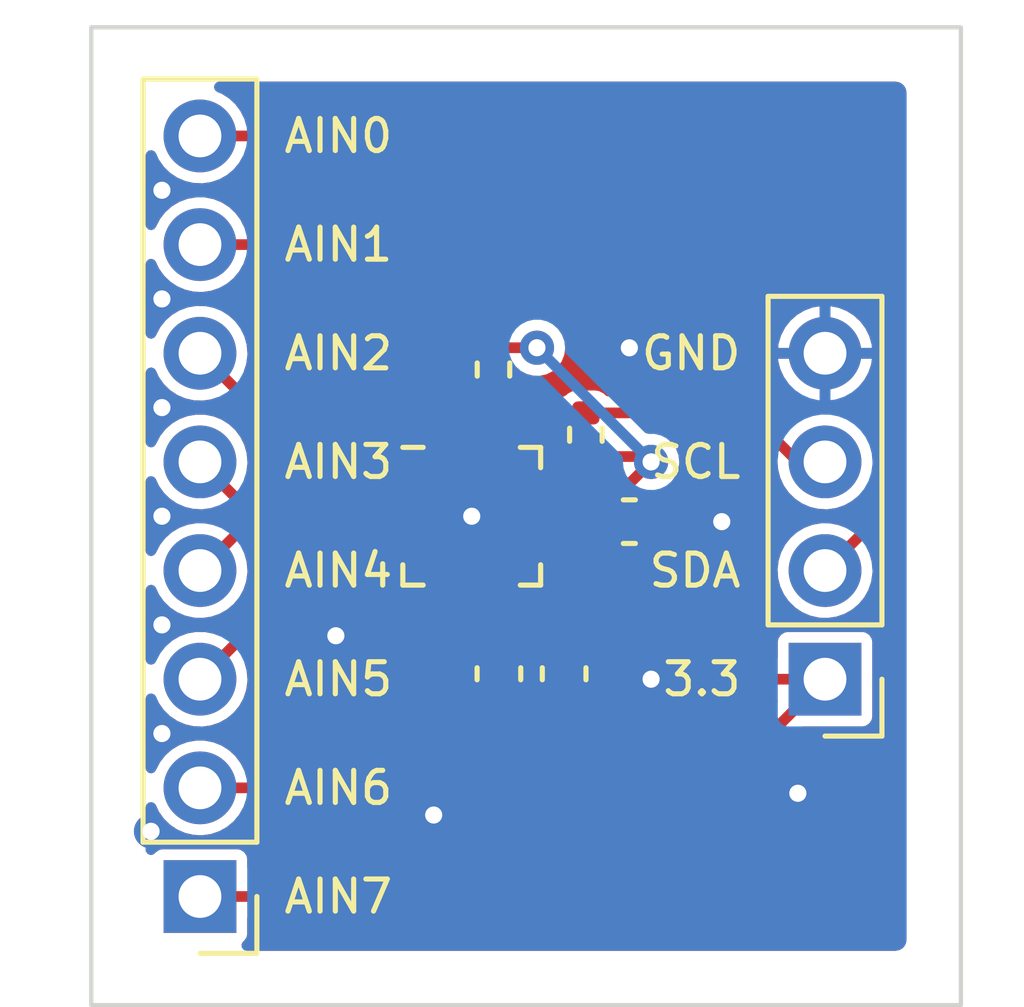
<source format=kicad_pcb>
(kicad_pcb (version 20211014) (generator pcbnew)
  (layers (0 "F.Cu" signal) (31 "B.Cu" signal) (34 "B.Paste" user) (35 "F.Paste" user) (36 "B.SilkS" user "B.Silkscreen") (37 "F.SilkS" user "F.Silkscreen") (38 "B.Mask" user) (39 "F.Mask" user) (44 "Edge.Cuts" user))
  (net 0 "")
  (net 1 "+3V3")
  (net 2 "GND")
  (net 3 "Net-(C2-Pad1)")
  (net 4 "Net-(J1-Pad2)")
  (net 5 "Net-(J1-Pad3)")
  (net 6 "Net-(J2-Pad1)")
  (net 7 "Net-(J2-Pad2)")
  (net 8 "Net-(J2-Pad3)")
  (net 9 "Net-(J2-Pad4)")
  (net 10 "Net-(J2-Pad5)")
  (net 11 "Net-(J2-Pad6)")
  (net 12 "Net-(J2-Pad7)")
  (net 13 "Net-(J2-Pad8)")
  (footprint "Connector_PinHeader_2.54mm:PinHeader_1x08_P2.54mm_Vertical" (layer "F.Cu") (at 88.9 93.98 180)
    (fp_text reference "J2" hide)
    (fp_text value "Conn_01x08")
    (fp_line (start -1.33 1.27) (end 1.33 1.27) (layer "F.SilkS") (width 0.12))
    (fp_line (start -1.33 19.11) (end 1.33 19.11) (layer "F.SilkS") (width 0.12))
    (fp_line (start -1.33 -1.33) (end 0 -1.33) (layer "F.SilkS") (width 0.12))
    (fp_line (start 1.33 1.27) (end 1.33 19.11) (layer "F.SilkS") (width 0.12))
    (fp_line (start -1.33 1.27) (end -1.33 19.11) (layer "F.SilkS") (width 0.12))
    (fp_line (start -1.33 0) (end -1.33 -1.33) (layer "F.SilkS") (width 0.12))
    (pad "1" thru_hole rect (at 0 0 180) (size 1.7 1.7) (drill 1) (layers *.Cu *.Mask) (net 6 "Net-(J2-Pad1)"))
    (pad "2" thru_hole oval (at 0 2.54 180) (size 1.7 1.7) (drill 1) (layers *.Cu *.Mask) (net 7 "Net-(J2-Pad2)"))
    (pad "3" thru_hole oval (at 0 5.08 180) (size 1.7 1.7) (drill 1) (layers *.Cu *.Mask) (net 8 "Net-(J2-Pad3)"))
    (pad "4" thru_hole oval (at 0 7.62 180) (size 1.7 1.7) (drill 1) (layers *.Cu *.Mask) (net 9 "Net-(J2-Pad4)"))
    (pad "5" thru_hole oval (at 0 10.16 180) (size 1.7 1.7) (drill 1) (layers *.Cu *.Mask) (net 10 "Net-(J2-Pad5)"))
    (pad "6" thru_hole oval (at 0 12.7 180) (size 1.7 1.7) (drill 1) (layers *.Cu *.Mask) (net 11 "Net-(J2-Pad6)"))
    (pad "7" thru_hole oval (at 0 15.24 180) (size 1.7 1.7) (drill 1) (layers *.Cu *.Mask) (net 12 "Net-(J2-Pad7)"))
    (pad "8" thru_hole oval (at 0 17.78 180) (size 1.7 1.7) (drill 1) (layers *.Cu *.Mask) (net 13 "Net-(J2-Pad8)"))
  )
  (footprint "Package_DFN_QFN:WQFN-16-1EP_3x3mm_P0.5mm_EP1.6x1.6mm" (layer "F.Cu") (at 95.25 85.09)
    (fp_text reference "U1" hide)
    (fp_text value "TLA2528")
    (fp_line (start -1.135 1.61) (end -1.61 1.61) (layer "F.SilkS") (width 0.12))
    (fp_line (start 1.61 1.61) (end 1.61 1.135) (layer "F.SilkS") (width 0.12))
    (fp_line (start 1.135 1.61) (end 1.61 1.61) (layer "F.SilkS") (width 0.12))
    (fp_line (start 1.135 -1.61) (end 1.61 -1.61) (layer "F.SilkS") (width 0.12))
    (fp_line (start -1.61 1.61) (end -1.61 1.135) (layer "F.SilkS") (width 0.12))
    (fp_line (start -1.135 -1.61) (end -1.61 -1.61) (layer "F.SilkS") (width 0.12))
    (fp_line (start 1.61 -1.61) (end 1.61 -1.135) (layer "F.SilkS") (width 0.12))
    (pad "1" smd roundrect (at -1.4375 -0.75) (size 0.875 0.25) (layers "F.Cu" "F.Paste" "F.Mask") (net 11 "Net-(J2-Pad6)"))
    (pad "2" smd roundrect (at -1.4375 -0.25) (size 0.875 0.25) (layers "F.Cu" "F.Paste" "F.Mask") (net 10 "Net-(J2-Pad5)"))
    (pad "3" smd roundrect (at -1.4375 0.25) (size 0.875 0.25) (layers "F.Cu" "F.Paste" "F.Mask") (net 9 "Net-(J2-Pad4)"))
    (pad "4" smd roundrect (at -1.4375 0.75) (size 0.875 0.25) (layers "F.Cu" "F.Paste" "F.Mask") (net 8 "Net-(J2-Pad3)"))
    (pad "5" smd roundrect (at -0.75 1.4375) (size 0.25 0.875) (layers "F.Cu" "F.Paste" "F.Mask") (net 7 "Net-(J2-Pad2)"))
    (pad "6" smd roundrect (at -0.25 1.4375) (size 0.25 0.875) (layers "F.Cu" "F.Paste" "F.Mask") (net 6 "Net-(J2-Pad1)"))
    (pad "7" smd roundrect (at 0.25 1.4375) (size 0.25 0.875) (layers "F.Cu" "F.Paste" "F.Mask") (net 1 "+3V3"))
    (pad "8" smd roundrect (at 0.75 1.4375) (size 0.25 0.875) (layers "F.Cu" "F.Paste" "F.Mask") (net 3 "Net-(C2-Pad1)"))
    (pad "9" smd roundrect (at 1.4375 0.75) (size 0.875 0.25) (layers "F.Cu" "F.Paste" "F.Mask") (net 2 "GND"))
    (pad "10" smd roundrect (at 1.4375 0.25) (size 0.875 0.25) (layers "F.Cu" "F.Paste" "F.Mask") (net 1 "+3V3"))
    (pad "11" smd roundrect (at 1.4375 -0.25) (size 0.875 0.25) (layers "F.Cu" "F.Paste" "F.Mask"))
    (pad "12" smd roundrect (at 1.4375 -0.75) (size 0.875 0.25) (layers "F.Cu" "F.Paste" "F.Mask"))
    (pad "13" smd roundrect (at 0.75 -1.4375) (size 0.25 0.875) (layers "F.Cu" "F.Paste" "F.Mask") (net 5 "Net-(J1-Pad3)"))
    (pad "14" smd roundrect (at 0.25 -1.4375) (size 0.25 0.875) (layers "F.Cu" "F.Paste" "F.Mask") (net 4 "Net-(J1-Pad2)"))
    (pad "15" smd roundrect (at -0.25 -1.4375) (size 0.25 0.875) (layers "F.Cu" "F.Paste" "F.Mask") (net 13 "Net-(J2-Pad8)"))
    (pad "16" smd roundrect (at -0.75 -1.4375) (size 0.25 0.875) (layers "F.Cu" "F.Paste" "F.Mask") (net 12 "Net-(J2-Pad7)"))
    (pad "17" smd rect (at 0 0) (size 1.6 1.6) (layers "F.Cu" "F.Mask") (net 2 "GND"))
  )
  (footprint "Connector_PinHeader_2.54mm:PinHeader_1x04_P2.54mm_Vertical" (layer "F.Cu") (at 103.505 88.9 180)
    (fp_text reference "J1" hide)
    (fp_text value "Conn_01x04")
    (fp_line (start -1.33 0) (end -1.33 -1.33) (layer "F.SilkS") (width 0.12))
    (fp_line (start -1.33 1.27) (end -1.33 8.95) (layer "F.SilkS") (width 0.12))
    (fp_line (start -1.33 1.27) (end 1.33 1.27) (layer "F.SilkS") (width 0.12))
    (fp_line (start 1.33 1.27) (end 1.33 8.95) (layer "F.SilkS") (width 0.12))
    (fp_line (start -1.33 8.95) (end 1.33 8.95) (layer "F.SilkS") (width 0.12))
    (fp_line (start -1.33 -1.33) (end 0 -1.33) (layer "F.SilkS") (width 0.12))
    (pad "1" thru_hole rect (at 0 0 180) (size 1.7 1.7) (drill 1) (layers *.Cu *.Mask) (net 1 "+3V3"))
    (pad "2" thru_hole oval (at 0 2.54 180) (size 1.7 1.7) (drill 1) (layers *.Cu *.Mask) (net 4 "Net-(J1-Pad2)"))
    (pad "3" thru_hole oval (at 0 5.08 180) (size 1.7 1.7) (drill 1) (layers *.Cu *.Mask) (net 5 "Net-(J1-Pad3)"))
    (pad "4" thru_hole oval (at 0 7.62 180) (size 1.7 1.7) (drill 1) (layers *.Cu *.Mask) (net 2 "GND"))
  )
  (footprint "Capacitor_SMD:C_0603_1608Metric" (layer "F.Cu") (at 98.933 85.217)
    (fp_text reference "C1" hide)
    (fp_text value "1uF")
    (fp_line (start -0.14058 -0.51) (end 0.14058 -0.51) (layer "F.SilkS") (width 0.12))
    (fp_line (start -0.14058 0.51) (end 0.14058 0.51) (layer "F.SilkS") (width 0.12))
    (pad "1" smd roundrect (at -0.775 0) (size 0.9 0.95) (layers "F.Cu" "F.Paste" "F.Mask") (net 1 "+3V3"))
    (pad "2" smd roundrect (at 0.775 0) (size 0.9 0.95) (layers "F.Cu" "F.Paste" "F.Mask") (net 2 "GND"))
  )
  (footprint "Resistor_SMD:R_0402_1005Metric" (layer "F.Cu") (at 97.917 83.185 90)
    (fp_text reference "R2" hide)
    (fp_text value "10kΩ")
    (fp_line (start -0.153641 -0.38) (end 0.153641 -0.38) (layer "F.SilkS") (width 0.12))
    (fp_line (start -0.153641 0.38) (end 0.153641 0.38) (layer "F.SilkS") (width 0.12))
    (pad "1" smd roundrect (at -0.51 0 90) (size 0.54 0.64) (layers "F.Cu" "F.Paste" "F.Mask") (net 1 "+3V3"))
    (pad "2" smd roundrect (at 0.51 0 90) (size 0.54 0.64) (layers "F.Cu" "F.Paste" "F.Mask") (net 5 "Net-(J1-Pad3)"))
  )
  (footprint "Capacitor_SMD:C_0603_1608Metric" (layer "F.Cu") (at 97.409 88.773 -90)
    (fp_text reference "C2" hide)
    (fp_text value "1uF")
    (fp_line (start -0.14058 -0.51) (end 0.14058 -0.51) (layer "F.SilkS") (width 0.12))
    (fp_line (start -0.14058 0.51) (end 0.14058 0.51) (layer "F.SilkS") (width 0.12))
    (pad "1" smd roundrect (at -0.775 0 270) (size 0.9 0.95) (layers "F.Cu" "F.Paste" "F.Mask") (net 3 "Net-(C2-Pad1)"))
    (pad "2" smd roundrect (at 0.775 0 270) (size 0.9 0.95) (layers "F.Cu" "F.Paste" "F.Mask") (net 2 "GND"))
  )
  (footprint "Resistor_SMD:R_0402_1005Metric" (layer "F.Cu") (at 95.758 81.661 -90)
    (fp_text reference "R1" hide)
    (fp_text value "10kΩ")
    (fp_line (start -0.153641 0.38) (end 0.153641 0.38) (layer "F.SilkS") (width 0.12))
    (fp_line (start -0.153641 -0.38) (end 0.153641 -0.38) (layer "F.SilkS") (width 0.12))
    (pad "1" smd roundrect (at -0.51 0 270) (size 0.54 0.64) (layers "F.Cu" "F.Paste" "F.Mask") (net 1 "+3V3"))
    (pad "2" smd roundrect (at 0.51 0 270) (size 0.54 0.64) (layers "F.Cu" "F.Paste" "F.Mask") (net 4 "Net-(J1-Pad2)"))
  )
  (footprint "Capacitor_SMD:C_0603_1608Metric" (layer "F.Cu") (at 95.885 88.773 -90)
    (fp_text reference "C3" hide)
    (fp_text value "1uF")
    (fp_line (start -0.14058 0.51) (end 0.14058 0.51) (layer "F.SilkS") (width 0.12))
    (fp_line (start -0.14058 -0.51) (end 0.14058 -0.51) (layer "F.SilkS") (width 0.12))
    (pad "1" smd roundrect (at -0.775 0 270) (size 0.9 0.95) (layers "F.Cu" "F.Paste" "F.Mask") (net 1 "+3V3"))
    (pad "2" smd roundrect (at 0.775 0 270) (size 0.9 0.95) (layers "F.Cu" "F.Paste" "F.Mask") (net 2 "GND"))
  )
  (gr_rect (start 86.36 73.66) (end 106.68 96.52) (layer "Edge.Cuts") (width 0.1) (fill none))
  (gr_text "AIN3" (at 90.805 83.82) (layer "F.SilkS") (effects (font (size 0.75 0.75) (thickness 0.12)) (justify left)))
  (gr_text "3.3" (at 101.6 88.9) (layer "F.SilkS") (effects (font (size 0.75 0.75) (thickness 0.12)) (justify right)))
  (gr_text "SDA" (at 101.6 86.36) (layer "F.SilkS") (effects (font (size 0.75 0.75) (thickness 0.12)) (justify right)))
  (gr_text "AIN0" (at 90.805 76.2) (layer "F.SilkS") (effects (font (size 0.75 0.75) (thickness 0.12)) (justify left)))
  (gr_text "AIN1" (at 90.805 78.74) (layer "F.SilkS") (effects (font (size 0.75 0.75) (thickness 0.12)) (justify left)))
  (gr_text "AIN7" (at 90.805 93.98) (layer "F.SilkS") (effects (font (size 0.75 0.75) (thickness 0.12)) (justify left)))
  (gr_text "SCL" (at 101.6 83.82) (layer "F.SilkS") (effects (font (size 0.75 0.75) (thickness 0.12)) (justify right)))
  (gr_text "GND" (at 101.6 81.28) (layer "F.SilkS") (effects (font (size 0.75 0.75) (thickness 0.12)) (justify right)))
  (gr_text "AIN4" (at 90.805 86.36) (layer "F.SilkS") (effects (font (size 0.75 0.75) (thickness 0.12)) (justify left)))
  (gr_text "AIN5" (at 90.805 88.9) (layer "F.SilkS") (effects (font (size 0.75 0.75) (thickness 0.12)) (justify left)))
  (gr_text "AIN6" (at 90.805 91.44) (layer "F.SilkS") (effects (font (size 0.75 0.75) (thickness 0.12)) (justify left)))
  (gr_text "AIN2" (at 90.805 81.28) (layer "F.SilkS") (effects (font (size 0.75 0.75) (thickness 0.12)) (justify left)))
  (segment (start 95.5 87.613) (end 95.885 87.998) (width 0.25) (layer "F.Cu") (net 1))
  (segment (start 101.346 91.059) (end 103.505 88.9) (width 0.25) (layer "F.Cu") (net 1))
  (segment (start 98.158 85.217) (end 98.158 85.103) (width 0.25) (layer "F.Cu") (net 1))
  (segment (start 95.885 87.998) (end 94.615 89.268) (width 0.25) (layer "F.Cu") (net 1))
  (segment (start 95.377 91.059) (end 101.346 91.059) (width 0.25) (layer "F.Cu") (net 1))
  (segment (start 95.5 86.5275) (end 95.5 87.613) (width 0.25) (layer "F.Cu") (net 1))
  (segment (start 95.758 81.151) (end 96.774 81.151) (width 0.25) (layer "F.Cu") (net 1))
  (segment (start 98.035 85.34) (end 98.158 85.217) (width 0.25) (layer "F.Cu") (net 1))
  (segment (start 99.316 83.695) (end 99.441 83.82) (width 0.25) (layer "F.Cu") (net 1))
  (segment (start 94.615 89.268) (end 94.615 90.297) (width 0.25) (layer "F.Cu") (net 1))
  (segment (start 97.917 83.695) (end 99.316 83.695) (width 0.25) (layer "F.Cu") (net 1))
  (segment (start 103.505 88.9) (end 101.841 88.9) (width 0.25) (layer "F.Cu") (net 1))
  (segment (start 98.158 85.103) (end 99.441 83.82) (width 0.25) (layer "F.Cu") (net 1))
  (segment (start 96.6875 85.34) (end 98.035 85.34) (width 0.25) (layer "F.Cu") (net 1))
  (segment (start 94.615 90.297) (end 95.377 91.059) (width 0.25) (layer "F.Cu") (net 1))
  (segment (start 101.841 88.9) (end 98.158 85.217) (width 0.25) (layer "F.Cu") (net 1))
  (via (at 96.774 81.151) (size 0.8) (drill 0.4) (layers "F.Cu" "B.Cu") (net 1))
  (via (at 99.441 83.82) (size 0.8) (drill 0.4) (layers "F.Cu" "B.Cu") (net 1))
  (segment (start 99.441 83.818) (end 96.774 81.151) (width 0.25) (layer "B.Cu") (net 1))
  (segment (start 99.441 83.82) (end 99.441 83.818) (width 0.25) (layer "B.Cu") (net 1))
  (segment (start 96.6875 85.84) (end 98.20852 87.36102) (width 0.25) (layer "F.Cu") (net 2))
  (segment (start 98.20852 88.74848) (end 97.409 89.548) (width 0.25) (layer "F.Cu") (net 2))
  (segment (start 98.20852 87.36102) (end 98.20852 88.74848) (width 0.25) (layer "F.Cu") (net 2))
  (via (at 99.441 88.9) (size 0.8) (drill 0.4) (layers "F.Cu" "B.Cu") (net 2))
  (via (at 88.011 87.63) (size 0.8) (drill 0.4) (layers "F.Cu" "B.Cu") (net 2))
  (via (at 88.011 85.09) (size 0.8) (drill 0.4) (layers "F.Cu" "B.Cu") (net 2))
  (via (at 98.933 81.153) (size 0.8) (drill 0.4) (layers "F.Cu" "B.Cu") (net 2))
  (via (at 95.25 85.09) (size 0.8) (drill 0.4) (layers "F.Cu" "B.Cu") (net 2))
  (via (at 88.011 90.17) (size 0.8) (drill 0.4) (layers "F.Cu" "B.Cu") (net 2))
  (via (at 102.87 91.567) (size 0.8) (drill 0.4) (layers "F.Cu" "B.Cu") (net 2))
  (via (at 88.011 77.47) (size 0.8) (drill 0.4) (layers "F.Cu" "B.Cu") (net 2))
  (via (at 94.361 92.075) (size 0.8) (drill 0.4) (layers "F.Cu" "B.Cu") (net 2))
  (via (at 101.092 85.217) (size 0.8) (drill 0.4) (layers "F.Cu" "B.Cu") (net 2))
  (via (at 87.757 92.456) (size 0.8) (drill 0.4) (layers "F.Cu" "B.Cu") (net 2))
  (via (at 88.011 82.55) (size 0.8) (drill 0.4) (layers "F.Cu" "B.Cu") (net 2))
  (via (at 92.075 87.884) (size 0.8) (drill 0.4) (layers "F.Cu" "B.Cu") (net 2))
  (via (at 88.011 80.01) (size 0.8) (drill 0.4) (layers "F.Cu" "B.Cu") (net 2))
  (segment (start 97.142 87.998) (end 97.409 87.998) (width 0.25) (layer "F.Cu") (net 3))
  (segment (start 96 86.5275) (end 96 86.856) (width 0.25) (layer "F.Cu") (net 3))
  (segment (start 96 86.856) (end 97.142 87.998) (width 0.25) (layer "F.Cu") (net 3))
  (segment (start 99.695718 80.01) (end 95.929141 80.01) (width 0.25) (layer "F.Cu") (net 4))
  (segment (start 95.11348 81.52648) (end 95.758 82.171) (width 0.25) (layer "F.Cu") (net 4))
  (segment (start 102.87 86.36) (end 103.505 86.36) (width 0.25) (layer "F.Cu") (net 4))
  (segment (start 104.775 85.09) (end 104.775 83.185) (width 0.25) (layer "F.Cu") (net 4))
  (segment (start 102.235718 82.55) (end 99.695718 80.01) (width 0.25) (layer "F.Cu") (net 4))
  (segment (start 95.11348 80.825661) (end 95.11348 81.52648) (width 0.25) (layer "F.Cu") (net 4))
  (segment (start 103.505 86.36) (end 104.775 85.09) (width 0.25) (layer "F.Cu") (net 4))
  (segment (start 95.5 82.429) (end 95.758 82.171) (width 0.25) (layer "F.Cu") (net 4))
  (segment (start 104.775 83.185) (end 104.14 82.55) (width 0.25) (layer "F.Cu") (net 4))
  (segment (start 95.929141 80.01) (end 95.11348 80.825661) (width 0.25) (layer "F.Cu") (net 4))
  (segment (start 104.14 82.55) (end 102.235718 82.55) (width 0.25) (layer "F.Cu") (net 4))
  (segment (start 95.5 83.6525) (end 95.5 82.429) (width 0.25) (layer "F.Cu") (net 4))
  (segment (start 97.917 82.675) (end 96.395 82.675) (width 0.25) (layer "F.Cu") (net 5))
  (segment (start 96.395 82.675) (end 96 83.07) (width 0.25) (layer "F.Cu") (net 5))
  (segment (start 102.87 83.82) (end 101.725 82.675) (width 0.25) (layer "F.Cu") (net 5))
  (segment (start 101.725 82.675) (end 97.917 82.675) (width 0.25) (layer "F.Cu") (net 5))
  (segment (start 103.505 83.82) (end 102.87 83.82) (width 0.25) (layer "F.Cu") (net 5))
  (segment (start 96 83.07) (end 96 83.6525) (width 0.25) (layer "F.Cu") (net 5))
  (segment (start 95 86.5275) (end 95 88.247282) (width 0.25) (layer "F.Cu") (net 6))
  (segment (start 94.16548 89.98452) (end 90.17 93.98) (width 0.25) (layer "F.Cu") (net 6))
  (segment (start 90.17 93.98) (end 88.9 93.98) (width 0.25) (layer "F.Cu") (net 6))
  (segment (start 95 88.247282) (end 94.16548 89.081802) (width 0.25) (layer "F.Cu") (net 6))
  (segment (start 94.16548 89.081802) (end 94.16548 89.98452) (width 0.25) (layer "F.Cu") (net 6))
  (segment (start 94.5 86.983) (end 90.043 91.44) (width 0.25) (layer "F.Cu") (net 7))
  (segment (start 90.043 91.44) (end 88.9 91.44) (width 0.25) (layer "F.Cu") (net 7))
  (segment (start 94.5 86.5275) (end 94.5 86.983) (width 0.25) (layer "F.Cu") (net 7))
  (segment (start 91.96 85.84) (end 88.9 88.9) (width 0.25) (layer "F.Cu") (net 8))
  (segment (start 93.8125 85.84) (end 91.96 85.84) (width 0.25) (layer "F.Cu") (net 8))
  (segment (start 93.8125 85.34) (end 89.92 85.34) (width 0.25) (layer "F.Cu") (net 9))
  (segment (start 89.92 85.34) (end 88.9 86.36) (width 0.25) (layer "F.Cu") (net 9))
  (segment (start 93.8125 84.84) (end 89.92 84.84) (width 0.25) (layer "F.Cu") (net 10))
  (segment (start 89.92 84.84) (end 88.9 83.82) (width 0.25) (layer "F.Cu") (net 10))
  (segment (start 93.8125 84.34) (end 91.96 84.34) (width 0.25) (layer "F.Cu") (net 11))
  (segment (start 91.96 84.34) (end 88.9 81.28) (width 0.25) (layer "F.Cu") (net 11))
  (segment (start 90.17 78.74) (end 88.9 78.74) (width 0.25) (layer "F.Cu") (net 12))
  (segment (start 94.5 83.6525) (end 94.5 83.07) (width 0.25) (layer "F.Cu") (net 12))
  (segment (start 94.5 83.07) (end 90.17 78.74) (width 0.25) (layer "F.Cu") (net 12))
  (segment (start 94.66396 81.712677) (end 94.66396 80.69396) (width 0.25) (layer "F.Cu") (net 13))
  (segment (start 95 83.6525) (end 95 82.048718) (width 0.25) (layer "F.Cu") (net 13))
  (segment (start 94.66396 80.69396) (end 90.17 76.2) (width 0.25) (layer "F.Cu") (net 13))
  (segment (start 95 82.048718) (end 94.66396 81.712677) (width 0.25) (layer "F.Cu") (net 13))
  (segment (start 90.17 76.2) (end 88.9 76.2) (width 0.25) (layer "F.Cu") (net 13))
  (zone (net 2) (net_name "GND") (layers F&B.Cu) (connect_pads (clearance 0.254)) (min_thickness 0.254) (fill yes (thermal_gap 0.254) (thermal_bridge_width 0.254) (smoothing fillet) (radius 0.254))
    (polygon (pts (xy 105.41 95.25) (xy 87.63 95.25) (xy 87.63 74.93) (xy 105.41 74.93)))
  )
)
</source>
